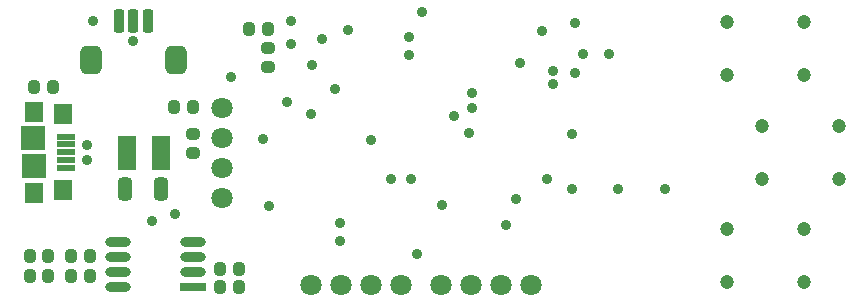
<source format=gts>
G04 Layer_Color=8388736*
%FSLAX44Y44*%
%MOMM*%
G71*
G01*
G75*
G04:AMPARAMS|DCode=49|XSize=1.1532mm|YSize=1.0032mm|CornerRadius=0.3016mm|HoleSize=0mm|Usage=FLASHONLY|Rotation=270.000|XOffset=0mm|YOffset=0mm|HoleType=Round|Shape=RoundedRectangle|*
%AMROUNDEDRECTD49*
21,1,1.1532,0.4000,0,0,270.0*
21,1,0.5500,1.0032,0,0,270.0*
1,1,0.6032,-0.2000,-0.2750*
1,1,0.6032,-0.2000,0.2750*
1,1,0.6032,0.2000,0.2750*
1,1,0.6032,0.2000,-0.2750*
%
%ADD49ROUNDEDRECTD49*%
%ADD50O,2.2032X0.8032*%
%ADD51R,2.2032X0.8032*%
%ADD52R,1.5032X2.9032*%
G04:AMPARAMS|DCode=53|XSize=1.9532mm|YSize=1.2032mm|CornerRadius=0.3516mm|HoleSize=0mm|Usage=FLASHONLY|Rotation=270.000|XOffset=0mm|YOffset=0mm|HoleType=Round|Shape=RoundedRectangle|*
%AMROUNDEDRECTD53*
21,1,1.9532,0.5000,0,0,270.0*
21,1,1.2500,1.2032,0,0,270.0*
1,1,0.7032,-0.2500,-0.6250*
1,1,0.7032,-0.2500,0.6250*
1,1,0.7032,0.2500,0.6250*
1,1,0.7032,0.2500,-0.6250*
%
%ADD53ROUNDEDRECTD53*%
%ADD54R,1.6032X1.8032*%
%ADD55R,1.6032X0.6032*%
%ADD56R,1.5032X1.6532*%
%ADD57R,2.1032X2.1032*%
G04:AMPARAMS|DCode=58|XSize=1.8032mm|YSize=2.4032mm|CornerRadius=0.5016mm|HoleSize=0mm|Usage=FLASHONLY|Rotation=180.000|XOffset=0mm|YOffset=0mm|HoleType=Round|Shape=RoundedRectangle|*
%AMROUNDEDRECTD58*
21,1,1.8032,1.4000,0,0,180.0*
21,1,0.8000,2.4032,0,0,180.0*
1,1,1.0032,-0.4000,0.7000*
1,1,1.0032,0.4000,0.7000*
1,1,1.0032,0.4000,-0.7000*
1,1,1.0032,-0.4000,-0.7000*
%
%ADD58ROUNDEDRECTD58*%
G04:AMPARAMS|DCode=59|XSize=0.9032mm|YSize=2.0032mm|CornerRadius=0.2766mm|HoleSize=0mm|Usage=FLASHONLY|Rotation=180.000|XOffset=0mm|YOffset=0mm|HoleType=Round|Shape=RoundedRectangle|*
%AMROUNDEDRECTD59*
21,1,0.9032,1.4500,0,0,180.0*
21,1,0.3500,2.0032,0,0,180.0*
1,1,0.5532,-0.1750,0.7250*
1,1,0.5532,0.1750,0.7250*
1,1,0.5532,0.1750,-0.7250*
1,1,0.5532,-0.1750,-0.7250*
%
%ADD59ROUNDEDRECTD59*%
G04:AMPARAMS|DCode=60|XSize=1.1532mm|YSize=1.0032mm|CornerRadius=0.3016mm|HoleSize=0mm|Usage=FLASHONLY|Rotation=0.000|XOffset=0mm|YOffset=0mm|HoleType=Round|Shape=RoundedRectangle|*
%AMROUNDEDRECTD60*
21,1,1.1532,0.4000,0,0,0.0*
21,1,0.5500,1.0032,0,0,0.0*
1,1,0.6032,0.2750,-0.2000*
1,1,0.6032,-0.2750,-0.2000*
1,1,0.6032,-0.2750,0.2000*
1,1,0.6032,0.2750,0.2000*
%
%ADD60ROUNDEDRECTD60*%
%ADD61C,1.8032*%
%ADD62C,1.2032*%
%ADD63C,0.9032*%
D49*
X204000Y34000D02*
D03*
X188000D02*
D03*
X204000Y18000D02*
D03*
X188000D02*
D03*
X43000Y45000D02*
D03*
X27000D02*
D03*
X43000Y28000D02*
D03*
X27000D02*
D03*
X78000Y45000D02*
D03*
X62000D02*
D03*
X78000Y28000D02*
D03*
X62000D02*
D03*
X47000Y188000D02*
D03*
X31000D02*
D03*
X149000Y171000D02*
D03*
X165000D02*
D03*
X229000Y237000D02*
D03*
X213000D02*
D03*
D50*
X101500Y56100D02*
D03*
Y43400D02*
D03*
Y30700D02*
D03*
Y18000D02*
D03*
X165000Y56100D02*
D03*
Y43400D02*
D03*
Y30700D02*
D03*
D51*
Y18000D02*
D03*
D52*
X138500Y132000D02*
D03*
X109500D02*
D03*
D53*
X108000Y101000D02*
D03*
X138000D02*
D03*
D54*
X55500Y100250D02*
D03*
Y164750D02*
D03*
D55*
X57500Y132500D02*
D03*
X57500Y139250D02*
D03*
Y125750D02*
D03*
Y145750D02*
D03*
Y119250D02*
D03*
D56*
X31000Y98250D02*
D03*
Y166750D02*
D03*
D57*
X30000Y144500D02*
D03*
X31000Y120500D02*
D03*
D58*
X151000Y211000D02*
D03*
X79000D02*
D03*
D59*
X115000Y244000D02*
D03*
X127500D02*
D03*
X102500D02*
D03*
D60*
X165000Y148000D02*
D03*
Y132000D02*
D03*
X229000Y205000D02*
D03*
Y221000D02*
D03*
D61*
X375000Y20000D02*
D03*
X400400D02*
D03*
X425800D02*
D03*
X451200D02*
D03*
X190000Y170000D02*
D03*
Y144600D02*
D03*
X190000Y119200D02*
D03*
X190000Y93800D02*
D03*
X265000Y20000D02*
D03*
X290400D02*
D03*
X315800D02*
D03*
X341200D02*
D03*
D62*
X682500Y242500D02*
D03*
X617500D02*
D03*
Y197500D02*
D03*
X682500D02*
D03*
X712500Y155000D02*
D03*
X647500D02*
D03*
Y110000D02*
D03*
X712500D02*
D03*
X682500Y67500D02*
D03*
X617500D02*
D03*
Y22500D02*
D03*
X682500D02*
D03*
D63*
X296364Y235636D02*
D03*
X359000Y251000D02*
D03*
X348000Y230000D02*
D03*
Y215000D02*
D03*
X131000Y74000D02*
D03*
X150000Y80000D02*
D03*
X398829Y149000D02*
D03*
X402000Y170000D02*
D03*
X376000Y88000D02*
D03*
X486000Y101000D02*
D03*
X316000Y143000D02*
D03*
X439000Y93000D02*
D03*
X355000Y46000D02*
D03*
X248000Y224000D02*
D03*
X266000Y206000D02*
D03*
X248000Y244000D02*
D03*
X386000Y163000D02*
D03*
X333000Y110000D02*
D03*
X489000Y242000D02*
D03*
X275000Y228000D02*
D03*
X198000Y196000D02*
D03*
X245000Y175000D02*
D03*
X265000Y165000D02*
D03*
X81000Y244000D02*
D03*
X230000Y87000D02*
D03*
X402000Y183000D02*
D03*
X442000Y208000D02*
D03*
X518000Y216000D02*
D03*
X496000D02*
D03*
X470000Y190000D02*
D03*
Y201000D02*
D03*
X461000Y235000D02*
D03*
X489000Y200000D02*
D03*
X115000Y227000D02*
D03*
X76000Y126000D02*
D03*
Y139000D02*
D03*
X290000Y73000D02*
D03*
Y57000D02*
D03*
X430000Y71000D02*
D03*
X525000Y101000D02*
D03*
X565000D02*
D03*
X286000Y186000D02*
D03*
X225000Y144000D02*
D03*
X350000Y110000D02*
D03*
X465000D02*
D03*
X486000Y148000D02*
D03*
M02*

</source>
